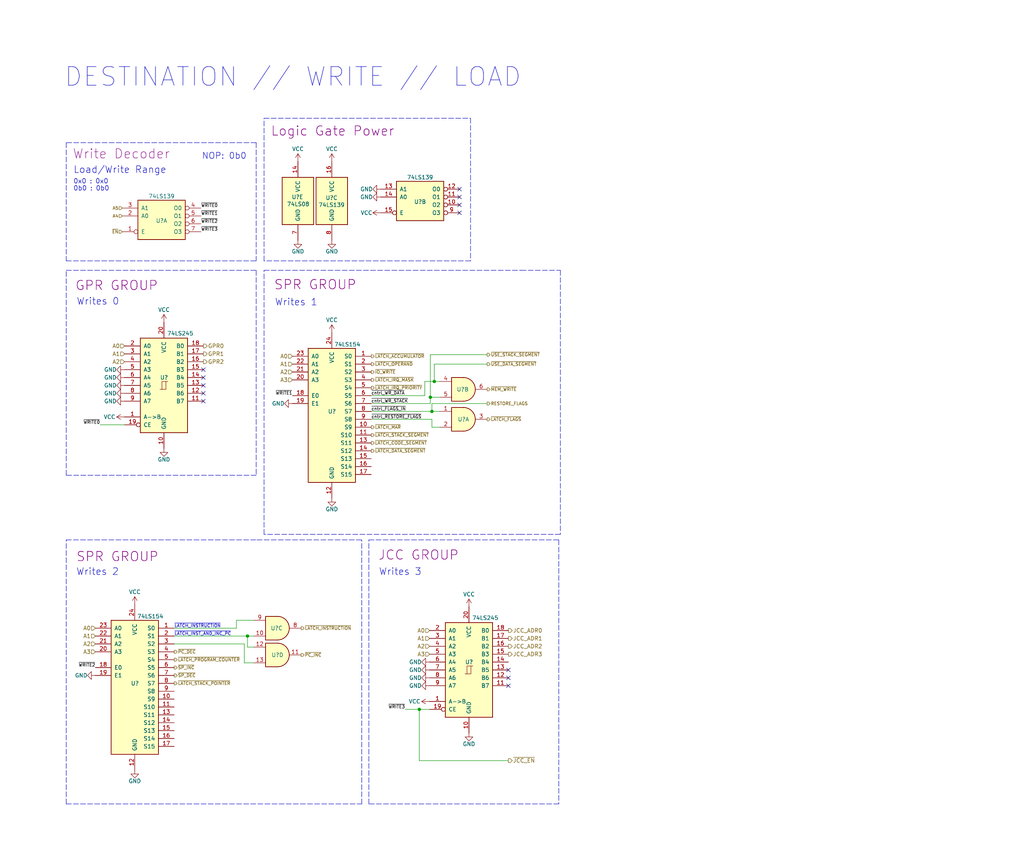
<source format=kicad_sch>
(kicad_sch (version 20211123) (generator eeschema)
  (paper "User" 329.997 279.4)
  (lib_symbols
    (symbol "74xx:74LS08" (pin_names (offset 1.016))
      (property "Reference" "U" (at 0 1.27 0))
      (property "Value" "74LS08" (at 0 -1.27 0))
      (symbol "74LS08_1_1"
        (arc (start 0 -3.81) (mid 3.81 0) (end 0 3.81) (stroke (width 0.254)) (fill (type background)))
        (polyline (pts (xy 0 3.81) (xy -3.81 3.81) (xy -3.81 -3.81) (xy 0 -3.81)) (stroke (width 0.254)) (fill (type background)))
        (pin input line (at -7.62 2.54 0) (length 3.81) (name "~") (number "1"))
        (pin input line (at -7.62 -2.54 0) (length 3.81) (name "~") (number "2"))
        (pin output line (at 7.62 0 180) (length 3.81) (name "~") (number "3"))
      )
      (symbol "74LS08_1_2"
        (arc (start -3.81 -3.81) (mid -2.589 0) (end -3.81 3.81) (stroke (width 0.254)))
        (arc (start -0.6096 -3.81) (mid 2.1855 -2.584) (end 3.81 0) (stroke (width 0.254)) (fill (type background)))
        (polyline (pts (xy -3.81 -3.81) (xy -0.635 -3.81)) (stroke (width 0.254)) (fill (type background)))
        (polyline (pts (xy -3.81 3.81) (xy -0.635 3.81)) (stroke (width 0.254)) (fill (type background)))
        (polyline (pts (xy -0.635 3.81) (xy -3.81 3.81) (xy -3.81 3.81) (xy -3.556 3.4036) (xy -3.0226 2.2606) (xy -2.6924 1.0414) (xy -2.6162 -0.254) (xy -2.7686 -1.4986) (xy -3.175 -2.7178) (xy -3.81 -3.81) (xy -3.81 -3.81) (xy -0.635 -3.81)) (stroke (width -25.4)) (fill (type background)))
        (arc (start 3.81 0) (mid 2.1928 2.5925) (end -0.6096 3.81) (stroke (width 0.254)) (fill (type background)))
        (pin input inverted (at -7.62 2.54 0) (length 4.318) (name "~") (number "1"))
        (pin input inverted (at -7.62 -2.54 0) (length 4.318) (name "~") (number "2"))
        (pin output inverted (at 7.62 0 180) (length 3.81) (name "~") (number "3"))
      )
      (symbol "74LS08_2_1"
        (arc (start 0 -3.81) (mid 3.81 0) (end 0 3.81) (stroke (width 0.254)) (fill (type background)))
        (polyline (pts (xy 0 3.81) (xy -3.81 3.81) (xy -3.81 -3.81) (xy 0 -3.81)) (stroke (width 0.254)) (fill (type background)))
        (pin input line (at -7.62 2.54 0) (length 3.81) (name "~") (number "4"))
        (pin input line (at -7.62 -2.54 0) (length 3.81) (name "~") (number "5"))
        (pin output line (at 7.62 0 180) (length 3.81) (name "~") (number "6"))
      )
      (symbol "74LS08_2_2"
        (arc (start -3.81 -3.81) (mid -2.589 0) (end -3.81 3.81) (stroke (width 0.254)))
        (arc (start -0.6096 -3.81) (mid 2.1855 -2.584) (end 3.81 0) (stroke (width 0.254)) (fill (type background)))
        (polyline (pts (xy -3.81 -3.81) (xy -0.635 -3.81)) (stroke (width 0.254)) (fill (type background)))
        (polyline (pts (xy -3.81 3.81) (xy -0.635 3.81)) (stroke (width 0.254)) (fill (type background)))
        (polyline (pts (xy -0.635 3.81) (xy -3.81 3.81) (xy -3.81 3.81) (xy -3.556 3.4036) (xy -3.0226 2.2606) (xy -2.6924 1.0414) (xy -2.6162 -0.254) (xy -2.7686 -1.4986) (xy -3.175 -2.7178) (xy -3.81 -3.81) (xy -3.81 -3.81) (xy -0.635 -3.81)) (stroke (width -25.4)) (fill (type background)))
        (arc (start 3.81 0) (mid 2.1928 2.5925) (end -0.6096 3.81) (stroke (width 0.254)) (fill (type background)))
        (pin input inverted (at -7.62 2.54 0) (length 4.318) (name "~") (number "4"))
        (pin input inverted (at -7.62 -2.54 0) (length 4.318) (name "~") (number "5"))
        (pin output inverted (at 7.62 0 180) (length 3.81) (name "~") (number "6"))
      )
      (symbol "74LS08_3_1"
        (arc (start 0 -3.81) (mid 3.81 0) (end 0 3.81) (stroke (width 0.254)) (fill (type background)))
        (polyline (pts (xy 0 3.81) (xy -3.81 3.81) (xy -3.81 -3.81) (xy 0 -3.81)) (stroke (width 0.254)) (fill (type background)))
        (pin input line (at -7.62 -2.54 0) (length 3.81) (name "~") (number "10"))
        (pin output line (at 7.62 0 180) (length 3.81) (name "~") (number "8"))
        (pin input line (at -7.62 2.54 0) (length 3.81) (name "~") (number "9"))
      )
      (symbol "74LS08_3_2"
        (arc (start -3.81 -3.81) (mid -2.589 0) (end -3.81 3.81) (stroke (width 0.254)))
        (arc (start -0.6096 -3.81) (mid 2.1855 -2.584) (end 3.81 0) (stroke (width 0.254)) (fill (type background)))
        (polyline (pts (xy -3.81 -3.81) (xy -0.635 -3.81)) (stroke (width 0.254)) (fill (type background)))
        (polyline (pts (xy -3.81 3.81) (xy -0.635 3.81)) (stroke (width 0.254)) (fill (type background)))
        (polyline (pts (xy -0.635 3.81) (xy -3.81 3.81) (xy -3.81 3.81) (xy -3.556 3.4036) (xy -3.0226 2.2606) (xy -2.6924 1.0414) (xy -2.6162 -0.254) (xy -2.7686 -1.4986) (xy -3.175 -2.7178) (xy -3.81 -3.81) (xy -3.81 -3.81) (xy -0.635 -3.81)) (stroke (width -25.4)) (fill (type background)))
        (arc (start 3.81 0) (mid 2.1928 2.5925) (end -0.6096 3.81) (stroke (width 0.254)) (fill (type background)))
        (pin input inverted (at -7.62 -2.54 0) (length 4.318) (name "~") (number "10"))
        (pin output inverted (at 7.62 0 180) (length 3.81) (name "~") (number "8"))
        (pin input inverted (at -7.62 2.54 0) (length 4.318) (name "~") (number "9"))
      )
      (symbol "74LS08_4_1"
        (arc (start 0 -3.81) (mid 3.81 0) (end 0 3.81) (stroke (width 0.254)) (fill (type background)))
        (polyline (pts (xy 0 3.81) (xy -3.81 3.81) (xy -3.81 -3.81) (xy 0 -3.81)) (stroke (width 0.254)) (fill (type background)))
        (pin output line (at 7.62 0 180) (length 3.81) (name "~") (number "11"))
        (pin input line (at -7.62 2.54 0) (length 3.81) (name "~") (number "12"))
        (pin input line (at -7.62 -2.54 0) (length 3.81) (name "~") (number "13"))
      )
      (symbol "74LS08_4_2"
        (arc (start -3.81 -3.81) (mid -2.589 0) (end -3.81 3.81) (stroke (width 0.254)))
        (arc (start -0.6096 -3.81) (mid 2.1855 -2.584) (end 3.81 0) (stroke (width 0.254)) (fill (type background)))
        (polyline (pts (xy -3.81 -3.81) (xy -0.635 -3.81)) (stroke (width 0.254)) (fill (type background)))
        (polyline (pts (xy -3.81 3.81) (xy -0.635 3.81)) (stroke (width 0.254)) (fill (type background)))
        (polyline (pts (xy -0.635 3.81) (xy -3.81 3.81) (xy -3.81 3.81) (xy -3.556 3.4036) (xy -3.0226 2.2606) (xy -2.6924 1.0414) (xy -2.6162 -0.254) (xy -2.7686 -1.4986) (xy -3.175 -2.7178) (xy -3.81 -3.81) (xy -3.81 -3.81) (xy -0.635 -3.81)) (stroke (width -25.4)) (fill (type background)))
        (arc (start 3.81 0) (mid 2.1928 2.5925) (end -0.6096 3.81) (stroke (width 0.254)) (fill (type background)))
        (pin output inverted (at 7.62 0 180) (length 3.81) (name "~") (number "11"))
        (pin input inverted (at -7.62 2.54 0) (length 4.318) (name "~") (number "12"))
        (pin input inverted (at -7.62 -2.54 0) (length 4.318) (name "~") (number "13"))
      )
      (symbol "74LS08_5_0"
        (pin power_in line (at 0 12.7 270) (length 5.08) (name "VCC") (number "14"))
        (pin power_in line (at 0 -12.7 90) (length 5.08) (name "GND") (number "7"))
      )
      (symbol "74LS08_5_1"
        (rectangle (start -5.08 7.62) (end 5.08 -7.62) (stroke (width 0.254)) (fill (type background)))
      )
    )
    (symbol "74xx:74LS139" (pin_names (offset 1.016))
      (property "Reference" "U" (at -7.62 8.89 0))
      (property "Value" "74LS139" (at -7.62 -8.89 0))
      (symbol "74LS139_1_0"
        (pin input inverted (at -12.7 -5.08 0) (length 5.08) (name "E") (number "1"))
        (pin input line (at -12.7 0 0) (length 5.08) (name "A0") (number "2"))
        (pin input line (at -12.7 2.54 0) (length 5.08) (name "A1") (number "3"))
        (pin output inverted (at 12.7 2.54 180) (length 5.08) (name "O0") (number "4"))
        (pin output inverted (at 12.7 0 180) (length 5.08) (name "O1") (number "5"))
        (pin output inverted (at 12.7 -2.54 180) (length 5.08) (name "O2") (number "6"))
        (pin output inverted (at 12.7 -5.08 180) (length 5.08) (name "O3") (number "7"))
      )
      (symbol "74LS139_1_1"
        (rectangle (start -7.62 5.08) (end 7.62 -7.62) (stroke (width 0.254)) (fill (type background)))
      )
      (symbol "74LS139_2_0"
        (pin output inverted (at 12.7 -2.54 180) (length 5.08) (name "O2") (number "10"))
        (pin output inverted (at 12.7 0 180) (length 5.08) (name "O1") (number "11"))
        (pin output inverted (at 12.7 2.54 180) (length 5.08) (name "O0") (number "12"))
        (pin input line (at -12.7 2.54 0) (length 5.08) (name "A1") (number "13"))
        (pin input line (at -12.7 0 0) (length 5.08) (name "A0") (number "14"))
        (pin input inverted (at -12.7 -5.08 0) (length 5.08) (name "E") (number "15"))
        (pin output inverted (at 12.7 -5.08 180) (length 5.08) (name "O3") (number "9"))
      )
      (symbol "74LS139_2_1"
        (rectangle (start -7.62 5.08) (end 7.62 -7.62) (stroke (width 0.254)) (fill (type background)))
      )
      (symbol "74LS139_3_0"
        (pin power_in line (at 0 12.7 270) (length 5.08) (name "VCC") (number "16"))
        (pin power_in line (at 0 -12.7 90) (length 5.08) (name "GND") (number "8"))
      )
      (symbol "74LS139_3_1"
        (rectangle (start -5.08 7.62) (end 5.08 -7.62) (stroke (width 0.254)) (fill (type background)))
      )
    )
    (symbol "74xx:74LS154" (pin_names (offset 1.016))
      (property "Reference" "U" (at -7.62 21.59 0))
      (property "Value" "74LS154" (at -7.62 -24.13 0))
      (symbol "74LS154_1_0"
        (pin output line (at 12.7 17.78 180) (length 5.08) (name "S0") (number "1"))
        (pin output line (at 12.7 -5.08 180) (length 5.08) (name "S9") (number "10"))
        (pin output line (at 12.7 -7.62 180) (length 5.08) (name "S10") (number "11"))
        (pin power_in line (at 0 -27.94 90) (length 5.08) (name "GND") (number "12"))
        (pin output line (at 12.7 -10.16 180) (length 5.08) (name "S11") (number "13"))
        (pin output line (at 12.7 -12.7 180) (length 5.08) (name "S12") (number "14"))
        (pin output line (at 12.7 -15.24 180) (length 5.08) (name "S13") (number "15"))
        (pin output line (at 12.7 -17.78 180) (length 5.08) (name "S14") (number "16"))
        (pin output line (at 12.7 -20.32 180) (length 5.08) (name "S15") (number "17"))
        (pin input line (at -12.7 5.08 0) (length 5.08) (name "E0") (number "18"))
        (pin input line (at -12.7 2.54 0) (length 5.08) (name "E1") (number "19"))
        (pin output line (at 12.7 15.24 180) (length 5.08) (name "S1") (number "2"))
        (pin input line (at -12.7 10.16 0) (length 5.08) (name "A3") (number "20"))
        (pin input line (at -12.7 12.7 0) (length 5.08) (name "A2") (number "21"))
        (pin input line (at -12.7 15.24 0) (length 5.08) (name "A1") (number "22"))
        (pin input line (at -12.7 17.78 0) (length 5.08) (name "A0") (number "23"))
        (pin power_in line (at 0 25.4 270) (length 5.08) (name "VCC") (number "24"))
        (pin output line (at 12.7 12.7 180) (length 5.08) (name "S2") (number "3"))
        (pin output line (at 12.7 10.16 180) (length 5.08) (name "S3") (number "4"))
        (pin output line (at 12.7 7.62 180) (length 5.08) (name "S4") (number "5"))
        (pin output line (at 12.7 5.08 180) (length 5.08) (name "S5") (number "6"))
        (pin output line (at 12.7 2.54 180) (length 5.08) (name "S6") (number "7"))
        (pin output line (at 12.7 0 180) (length 5.08) (name "S7") (number "8"))
        (pin output line (at 12.7 -2.54 180) (length 5.08) (name "S8") (number "9"))
      )
      (symbol "74LS154_1_1"
        (rectangle (start -7.62 20.32) (end 7.62 -22.86) (stroke (width 0.254)) (fill (type background)))
      )
    )
    (symbol "74xx:74LS245" (pin_names (offset 1.016))
      (property "Reference" "U" (at -7.62 16.51 0))
      (property "Value" "74LS245" (at -7.62 -16.51 0))
      (symbol "74LS245_1_0"
        (polyline (pts (xy -0.635 -1.27) (xy -0.635 1.27) (xy 0.635 1.27)))
        (polyline (pts (xy -1.27 -1.27) (xy 0.635 -1.27) (xy 0.635 1.27) (xy 1.27 1.27)))
        (pin input line (at -12.7 -10.16 0) (length 5.08) (name "A->B") (number "1"))
        (pin power_in line (at 0 -20.32 90) (length 5.08) (name "GND") (number "10"))
        (pin tri_state line (at 12.7 -5.08 180) (length 5.08) (name "B7") (number "11"))
        (pin tri_state line (at 12.7 -2.54 180) (length 5.08) (name "B6") (number "12"))
        (pin tri_state line (at 12.7 0 180) (length 5.08) (name "B5") (number "13"))
        (pin tri_state line (at 12.7 2.54 180) (length 5.08) (name "B4") (number "14"))
        (pin tri_state line (at 12.7 5.08 180) (length 5.08) (name "B3") (number "15"))
        (pin tri_state line (at 12.7 7.62 180) (length 5.08) (name "B2") (number "16"))
        (pin tri_state line (at 12.7 10.16 180) (length 5.08) (name "B1") (number "17"))
        (pin tri_state line (at 12.7 12.7 180) (length 5.08) (name "B0") (number "18"))
        (pin input inverted (at -12.7 -12.7 0) (length 5.08) (name "CE") (number "19"))
        (pin tri_state line (at -12.7 12.7 0) (length 5.08) (name "A0") (number "2"))
        (pin power_in line (at 0 20.32 270) (length 5.08) (name "VCC") (number "20"))
        (pin tri_state line (at -12.7 10.16 0) (length 5.08) (name "A1") (number "3"))
        (pin tri_state line (at -12.7 7.62 0) (length 5.08) (name "A2") (number "4"))
        (pin tri_state line (at -12.7 5.08 0) (length 5.08) (name "A3") (number "5"))
        (pin tri_state line (at -12.7 2.54 0) (length 5.08) (name "A4") (number "6"))
        (pin tri_state line (at -12.7 0 0) (length 5.08) (name "A5") (number "7"))
        (pin tri_state line (at -12.7 -2.54 0) (length 5.08) (name "A6") (number "8"))
        (pin tri_state line (at -12.7 -5.08 0) (length 5.08) (name "A7") (number "9"))
      )
      (symbol "74LS245_1_1"
        (rectangle (start -7.62 15.24) (end 7.62 -15.24) (stroke (width 0.254)) (fill (type background)))
      )
    )
    (symbol "power:GND" (power) (pin_names (offset 0))
      (property "Value" "GND" (at 0 -3.81 0))
      (symbol "GND_0_1"
        (polyline (pts (xy 0 0) (xy 0 -1.27) (xy 1.27 -1.27) (xy 0 -2.54) (xy -1.27 -1.27) (xy 0 -1.27)))
      )
      (symbol "GND_1_1"
        (pin power_in line (at 0 0 270) (length 0) hide (name "GND") (number "1"))
      )
    )
    (symbol "power:VCC" (power) (pin_names (offset 0))
      (property "Value" "VCC" (at 0 3.81 0))
      (symbol "VCC_0_1"
        (polyline (pts (xy -0.762 1.27) (xy 0 2.54)))
        (polyline (pts (xy 0 0) (xy 0 2.54)))
        (polyline (pts (xy 0 2.54) (xy 0.762 1.27)))
      )
      (symbol "VCC_1_1"
        (pin power_in line (at 0 0 90) (length 0) hide (name "VCC") (number "1"))
      )
    )
  )
  (junction (at 79.756 204.978))
  (junction (at 138.684 128.016))
  (junction (at 139.192 132.588))
  (junction (at 139.954 122.936))
  (junction (at 135.128 228.6))
  (no_connect (at 65.532 124.206))
  (no_connect (at 148.082 68.58))
  (no_connect (at 148.082 66.04))
  (no_connect (at 148.082 63.5))
  (no_connect (at 148.082 60.96))
  (no_connect (at 65.532 129.286))
  (no_connect (at 163.83 220.98))
  (no_connect (at 163.83 215.9))
  (no_connect (at 65.532 121.666))
  (no_connect (at 65.532 119.126))
  (no_connect (at 65.532 126.746))
  (no_connect (at 163.83 218.44))
  (wire (pts (xy 119.634 130.048) (xy 138.684 130.048)))
  (wire (pts (xy 139.192 130.048) (xy 139.192 132.588)))
  (polyline (pts (xy 82.55 45.974) (xy 82.55 84.074)))
  (polyline (pts (xy 118.872 259.08) (xy 118.872 173.99)))
  (polyline (pts (xy 21.336 153.162) (xy 21.336 87.122)))
  (wire (pts (xy 56.134 204.978) (xy 79.756 204.978)))
  (wire (pts (xy 135.128 228.6) (xy 138.43 228.6)))
  (polyline (pts (xy 118.872 173.99) (xy 180.086 173.99)))
  (wire (pts (xy 81.788 208.534) (xy 79.756 208.534)))
  (polyline (pts (xy 82.55 153.162) (xy 21.336 153.162)))
  (wire (pts (xy 136.906 127.508) (xy 119.634 127.508)))
  (wire (pts (xy 56.134 207.518) (xy 78.74 207.518)))
  (polyline (pts (xy 167.894 87.122) (xy 180.594 87.122)))
  (wire (pts (xy 138.684 128.016) (xy 141.732 128.016)))
  (wire (pts (xy 56.134 202.438) (xy 76.2 202.438)))
  (wire (pts (xy 119.634 135.128) (xy 139.192 135.128)))
  (polyline (pts (xy 82.55 45.974) (xy 21.336 45.974)))
  (polyline (pts (xy 87.376 38.1) (xy 151.638 38.1)))
  (wire (pts (xy 135.128 245.11) (xy 135.128 228.6)))
  (wire (pts (xy 79.756 208.534) (xy 79.756 204.978)))
  (polyline (pts (xy 85.09 172.212) (xy 85.09 87.122)))
  (polyline (pts (xy 85.09 84.074) (xy 85.09 38.1)))
  (polyline (pts (xy 116.586 259.08) (xy 116.586 173.99)))
  (polyline (pts (xy 151.638 38.1) (xy 151.638 84.074)))
  (polyline (pts (xy 151.638 84.074) (xy 85.09 84.074)))
  (wire (pts (xy 78.74 207.518) (xy 78.74 213.614)))
  (wire (pts (xy 139.954 122.936) (xy 139.954 117.348)))
  (polyline (pts (xy 167.894 172.212) (xy 85.09 172.212)))
  (wire (pts (xy 130.556 228.6) (xy 135.128 228.6)))
  (wire (pts (xy 136.906 122.936) (xy 136.906 127.508)))
  (wire (pts (xy 141.732 122.936) (xy 139.954 122.936)))
  (wire (pts (xy 156.972 130.048) (xy 139.192 130.048)))
  (wire (pts (xy 78.74 213.614) (xy 81.788 213.614)))
  (polyline (pts (xy 180.594 172.212) (xy 167.894 172.212)))
  (wire (pts (xy 139.192 132.588) (xy 141.732 132.588)))
  (wire (pts (xy 139.954 117.348) (xy 156.972 117.348)))
  (polyline (pts (xy 180.594 87.122) (xy 180.594 172.212)))
  (wire (pts (xy 139.192 135.128) (xy 139.192 137.668)))
  (polyline (pts (xy 82.804 173.99) (xy 116.586 173.99)))
  (polyline (pts (xy 21.336 87.122) (xy 82.55 87.122)))
  (polyline (pts (xy 21.336 259.08) (xy 21.336 173.99)))
  (polyline (pts (xy 21.336 173.99) (xy 82.55 173.99)))
  (wire (pts (xy 156.972 114.3) (xy 138.684 114.3)))
  (wire (pts (xy 32.258 136.906) (xy 40.132 136.906)))
  (polyline (pts (xy 21.336 45.974) (xy 21.336 84.074)))
  (polyline (pts (xy 180.086 173.99) (xy 180.086 259.08)))
  (polyline (pts (xy 180.086 259.08) (xy 118.872 259.08)))
  (polyline (pts (xy 82.55 87.122) (xy 82.55 153.162)))
  (wire (pts (xy 76.2 202.438) (xy 76.2 199.898)))
  (wire (pts (xy 138.684 128.016) (xy 138.684 130.048)))
  (wire (pts (xy 139.192 137.668) (xy 141.732 137.668)))
  (wire (pts (xy 119.634 132.588) (xy 139.192 132.588)))
  (wire (pts (xy 76.2 199.898) (xy 81.788 199.898)))
  (wire (pts (xy 138.684 114.3) (xy 138.684 128.016)))
  (wire (pts (xy 163.83 245.11) (xy 135.128 245.11)))
  (polyline (pts (xy 85.09 38.1) (xy 87.63 38.1)))
  (polyline (pts (xy 21.336 84.074) (xy 82.55 84.074)))
  (polyline (pts (xy 85.09 87.122) (xy 167.894 87.122)))
  (wire (pts (xy 79.756 204.978) (xy 81.788 204.978)))
  (polyline (pts (xy 21.336 259.08) (xy 116.586 259.08)))
  (wire (pts (xy 136.906 122.936) (xy 139.954 122.936)))
  (text "Writes 3" (at 135.89 185.674 180) (effects (font (size 2.2 2.2)) (justify right bottom)))
  (text "Writes 0" (at 24.638 98.552 0) (effects (font (size 2.2 2.2)) (justify left bottom)))
  (text "~{LATCH_INST_AND_INC_PC}" (at 56.134 204.978 0) (effects (font (size 1 1)) (justify left bottom)))
  (text "0x0 : 0x0" (at 23.622 59.436 0) (effects (font (size 1.5 1.5)) (justify left bottom)))
  (text "Writes 1" (at 102.362 98.806 180) (effects (font (size 2.2 2.2)) (justify right bottom)))
  (text "~{LATCH_INSTRUCTION}" (at 56.134 202.438 0) (effects (font (size 1 1)) (justify left bottom)))
  (text "0b0 : 0b0" (at 23.622 61.722 0) (effects (font (size 1.5 1.5)) (justify left bottom)))
  (text "Load/Write Range" (at 23.622 56.134 0) (effects (font (size 2.2 2.2)) (justify left bottom)))
  (text "Writes 2" (at 38.354 185.674 180) (effects (font (size 2.2 2.2)) (justify right bottom)))
  (text "NOP: 0b0" (at 79.502 51.562 180) (effects (font (size 2 2)) (justify right bottom)))
  (text "DESTINATION // WRITE // LOAD" (at 20.574 28.448 0) (effects (font (size 6 6)) (justify left bottom)))
  (label "~{cntrl_RESTORE_FLAGS}" (at 119.634 135.128 0) (effects (font (size 1 1))))
  (label "~{WRITE3}" (at 130.556 228.6 180) (effects (font (size 1 1))))
  (label "~{WRITE1}" (at 94.234 127.508 180) (effects (font (size 1 1))))
  (label "~{cntrl_WR_STACK}" (at 119.634 130.048 0) (effects (font (size 1 1))))
  (label "~{WRITE2}" (at 64.77 72.136 0) (effects (font (size 1 1))))
  (label "~{WRITE0}" (at 32.258 136.906 180) (effects (font (size 1 1))))
  (label "~{WRITE3}" (at 64.77 74.676 0) (effects (font (size 1 1))))
  (label "~{cntrl_WR_DATA}" (at 119.634 127.508 0) (effects (font (size 1 1))))
  (label "~{WRITE2}" (at 30.734 215.138 180) (effects (font (size 1 1))))
  (label "~{WRITE0}" (at 64.77 67.056 0) (effects (font (size 1 1))))
  (label "~{WRITE1}" (at 64.77 69.596 0) (effects (font (size 1 1))))
  (label "~{cntrl_FLAGS_IN}" (at 119.634 132.588 0) (effects (font (size 1 1))))
  (hierarchical_label "~{EN}" (shape input) (at 39.37 74.676 180) (effects (font (size 1 1))))
  (hierarchical_label "JCC_ADR1" (shape output) (at 163.83 205.74 0))
  (hierarchical_label "A0" (shape input) (at 30.734 202.438 180))
  (hierarchical_label "A1" (shape input) (at 94.234 117.348 180))
  (hierarchical_label "A1" (shape input) (at 40.132 114.046 180))
  (hierarchical_label "~{LATCH_OPERAND}" (shape output) (at 119.634 117.348 0) (effects (font (size 1 1))))
  (hierarchical_label "~{MEM_WRITE}" (shape output) (at 156.972 125.476 0) (effects (font (size 1 1))))
  (hierarchical_label "~{USE_STACK_SEGMENT}" (shape output) (at 156.972 114.3 0) (effects (font (size 1 1))))
  (hierarchical_label "~{LATCH_ACCUMULATOR}" (shape output) (at 119.634 114.808 0) (effects (font (size 1 1))))
  (hierarchical_label "~{LATCH_STACK_POINTER}" (shape output) (at 56.134 220.218 0) (effects (font (size 1 1))))
  (hierarchical_label "~{LATCH_CODE_SEGMENT}" (shape output) (at 119.634 142.748 0) (effects (font (size 1 1))))
  (hierarchical_label "A2" (shape input) (at 138.43 208.28 180))
  (hierarchical_label "~{PC_INC}" (shape output) (at 97.028 211.074 0) (effects (font (size 1 1))))
  (hierarchical_label "A1" (shape input) (at 30.734 204.978 180))
  (hierarchical_label "A0" (shape input) (at 94.234 114.808 180))
  (hierarchical_label "GPR1" (shape output) (at 65.532 114.046 0))
  (hierarchical_label "~{LATCH_DATA_SEGMENT}" (shape output) (at 119.634 145.288 0) (effects (font (size 1 1))))
  (hierarchical_label "~{LATCH_PROGRAM_COUNTER}" (shape output) (at 56.134 212.598 0) (effects (font (size 1 1))))
  (hierarchical_label "A5" (shape input) (at 39.37 67.056 180) (effects (font (size 1 1))))
  (hierarchical_label "A2" (shape input) (at 30.734 207.518 180))
  (hierarchical_label "JCC_ADR3" (shape output) (at 163.83 210.82 0))
  (hierarchical_label "GPR2" (shape output) (at 65.532 116.586 0))
  (hierarchical_label "~{SP_INC}" (shape output) (at 56.134 215.138 0) (effects (font (size 1 1))))
  (hierarchical_label "GPR0" (shape output) (at 65.532 111.506 0))
  (hierarchical_label "A3" (shape input) (at 138.43 210.82 180))
  (hierarchical_label "~{LATCH_IRQ_PRIORITY}" (shape output) (at 119.634 124.968 0) (effects (font (size 1 1))))
  (hierarchical_label "A2" (shape input) (at 94.234 119.888 180))
  (hierarchical_label "A3" (shape input) (at 30.734 210.058 180))
  (hierarchical_label "A1" (shape input) (at 138.43 205.74 180))
  (hierarchical_label "RESTORE_FLAGS" (shape output) (at 156.972 130.048 0) (effects (font (size 1 1))))
  (hierarchical_label "~{PC_DEC}" (shape output) (at 56.134 210.058 0) (effects (font (size 1 1))))
  (hierarchical_label "A0" (shape input) (at 40.132 111.506 180))
  (hierarchical_label "~{LATCH_STACK_SEGMENT}" (shape output) (at 119.634 140.208 0) (effects (font (size 1 1))))
  (hierarchical_label "~{LATCH_MAR}" (shape output) (at 119.634 137.668 0) (effects (font (size 1 1))))
  (hierarchical_label "A2" (shape input) (at 40.132 116.586 180))
  (hierarchical_label "~{IO_WRITE}" (shape output) (at 119.634 119.888 0) (effects (font (size 1 1))))
  (hierarchical_label "JCC_ADR2" (shape output) (at 163.83 208.28 0))
  (hierarchical_label "~{USE_DATA_SEGMENT}" (shape output) (at 156.972 117.348 0) (effects (font (size 1 1))))
  (hierarchical_label "~{LATCH_FLAGS}" (shape output) (at 156.972 135.128 0) (effects (font (size 1 1))))
  (hierarchical_label "JCC_ADR0" (shape output) (at 163.83 203.2 0))
  (hierarchical_label "~{LATCH_IRQ_MASK}" (shape output) (at 119.634 122.428 0) (effects (font (size 1 1))))
  (hierarchical_label "A4" (shape input) (at 39.37 69.596 180) (effects (font (size 1 1))))
  (hierarchical_label "~{SP_DEC}" (shape output) (at 56.134 217.678 0) (effects (font (size 1 1))))
  (hierarchical_label "~{JCC_EN}" (shape output) (at 163.83 245.11 0))
  (hierarchical_label "~{LATCH_INSTRUCTION}" (shape output) (at 97.028 202.438 0) (effects (font (size 1 1))))
  (hierarchical_label "A3" (shape input) (at 94.234 122.428 180))
  (hierarchical_label "A0" (shape input) (at 138.43 203.2 180))
  (symbol (lib_id "power:GND") (at 106.934 77.47 0) (unit 1)
    (property "Reference" "#PWR?" (effects hide))
    (property "Value" "GND" (at 106.934 81.026 0))
  )
  (symbol (lib_id "power:GND") (at 122.682 60.96 270) (unit 1)
    (property "Reference" "#PWR?" (effects hide))
    (property "Value" "GND" (at 118.11 60.96 90))
  )
  (symbol (lib_id "power:GND") (at 40.132 119.126 270) (unit 1)
    (property "Reference" "#PWR?" (effects hide))
    (property "Value" "GND" (at 35.56 119.126 90))
  )
  (symbol (lib_id "power:GND") (at 138.43 218.44 270) (unit 1)
    (property "Reference" "#PWR?" (effects hide))
    (property "Value" "GND" (at 133.858 218.44 90))
  )
  (symbol (lib_id "power:GND") (at 40.132 124.206 270) (unit 1)
    (property "Reference" "#PWR?" (effects hide))
    (property "Value" "GND" (at 35.56 124.206 90))
  )
  (symbol (lib_id "power:GND") (at 106.934 160.528 0) (unit 1)
    (property "Reference" "#PWR?" (effects hide))
    (property "Value" "GND" (at 106.934 164.084 0))
  )
  (symbol (lib_id "power:GND") (at 30.734 217.678 270) (unit 1)
    (property "Reference" "#PWR?" (effects hide))
    (property "Value" "GND" (at 26.162 217.678 90))
  )
  (symbol (lib_id "74xx:74LS08") (at 96.012 64.77 0) (unit 5)
    (property "Reference" "U?" (at 93.98 63.5 0) (effects (justify left)))
    (property "Value" "74LS08" (at 92.456 65.786 0) (effects (justify left)))
    (property "Datasheet" "http://www.ti.com/lit/gpn/sn74LS08" (effects hide))
  )
  (symbol (lib_id "power:GND") (at 138.43 220.98 270) (unit 1)
    (property "Reference" "#PWR?" (effects hide))
    (property "Value" "GND" (at 133.858 220.98 90))
  )
  (symbol (lib_id "74xx:74LS139") (at 135.382 63.5 0) (unit 2)
    (property "Reference" "U?" (at 135.382 65.024 0))
    (property "Value" "74LS139" (at 135.382 57.15 0))
    (property "Datasheet" "http://www.ti.com/lit/ds/symlink/sn74ls139a.pdf" (effects hide))
    (property "Field4" "Logic Gate Power" (at 107.188 42.164 0) (effects (font (size 3 3))))
  )
  (symbol (lib_id "power:VCC") (at 40.132 134.366 90) (unit 1)
    (property "Reference" "#PWR?" (effects hide))
    (property "Value" "VCC" (at 35.306 134.366 90))
  )
  (symbol (lib_id "power:VCC") (at 138.43 226.06 90) (unit 1)
    (property "Reference" "#PWR?" (effects hide))
    (property "Value" "VCC" (at 133.604 226.06 90))
  )
  (symbol (lib_id "74xx:74LS154") (at 106.934 132.588 0) (unit 1)
    (property "Reference" "U?" (at 105.664 132.588 0) (effects (justify left)))
    (property "Value" "74LS154" (at 107.696 110.998 0) (effects (justify left)))
    (property "Datasheet" "http://www.ti.com/lit/gpn/sn74LS154" (effects hide))
    (property "Field4" "SPR GROUP" (at 101.6 91.694 0) (effects (font (size 3 3))))
  )
  (symbol (lib_id "power:GND") (at 138.43 215.9 270) (unit 1)
    (property "Reference" "#PWR?" (effects hide))
    (property "Value" "GND" (at 133.858 215.9 90))
  )
  (symbol (lib_id "power:GND") (at 151.13 236.22 0) (unit 1)
    (property "Reference" "#PWR?" (effects hide))
    (property "Value" "GND" (at 151.13 239.776 0))
  )
  (symbol (lib_id "power:VCC") (at 96.012 52.07 0) (unit 1)
    (property "Reference" "#PWR?" (effects hide))
    (property "Value" "VCC" (at 96.012 48.006 0))
  )
  (symbol (lib_id "power:VCC") (at 43.434 194.818 0) (unit 1)
    (property "Reference" "#PWR?" (effects hide))
    (property "Value" "VCC" (at 43.434 190.754 0))
  )
  (symbol (lib_id "power:VCC") (at 106.934 52.07 0) (unit 1)
    (property "Reference" "#PWR?" (effects hide))
    (property "Value" "VCC" (at 106.934 48.006 0))
  )
  (symbol (lib_id "74xx:74LS08") (at 89.408 211.074 0) (unit 4)
    (property "Reference" "U?" (at 89.408 211.074 0))
    (property "Value" "74LS08" (effects hide))
    (property "Datasheet" "http://www.ti.com/lit/gpn/sn74LS08" (effects hide))
  )
  (symbol (lib_id "power:VCC") (at 122.682 68.58 90) (unit 1)
    (property "Reference" "#PWR?" (effects hide))
    (property "Value" "VCC" (at 118.11 68.58 90))
  )
  (symbol (lib_id "power:GND") (at 94.234 130.048 270) (unit 1)
    (property "Reference" "#PWR?" (effects hide))
    (property "Value" "GND" (at 89.662 130.048 90))
  )
  (symbol (lib_id "power:VCC") (at 151.13 195.58 0) (unit 1)
    (property "Reference" "#PWR?" (effects hide))
    (property "Value" "VCC" (at 151.13 191.516 0))
  )
  (symbol (lib_id "power:GND") (at 40.132 121.666 270) (unit 1)
    (property "Reference" "#PWR?" (effects hide))
    (property "Value" "GND" (at 35.56 121.666 90))
  )
  (symbol (lib_id "74xx:74LS154") (at 43.434 220.218 0) (unit 1)
    (property "Reference" "U?" (at 42.164 220.218 0) (effects (justify left)))
    (property "Value" "74LS154" (at 44.196 198.628 0) (effects (justify left)))
    (property "Datasheet" "http://www.ti.com/lit/gpn/sn74LS154" (effects hide))
    (property "Field4" "SPR GROUP" (at 37.846 179.324 0) (effects (font (size 3 3))))
  )
  (symbol (lib_id "74xx:74LS08") (at 149.352 125.476 0) (unit 2)
    (property "Reference" "U?" (at 149.098 125.476 0))
    (property "Value" "74LS08" (effects hide))
    (property "Datasheet" "http://www.ti.com/lit/gpn/sn74LS08" (effects hide))
  )
  (symbol (lib_id "power:VCC") (at 106.934 107.188 0) (unit 1)
    (property "Reference" "#PWR?" (effects hide))
    (property "Value" "VCC" (at 106.934 103.124 0))
  )
  (symbol (lib_id "74xx:74LS08") (at 149.352 135.128 0) (unit 1)
    (property "Reference" "U?" (at 149.352 135.128 0))
    (property "Value" "74LS08" (effects hide))
    (property "Datasheet" "http://www.ti.com/lit/gpn/sn74LS08" (effects hide))
  )
  (symbol (lib_id "power:GND") (at 96.012 77.47 0) (unit 1)
    (property "Reference" "#PWR?" (effects hide))
    (property "Value" "GND" (at 96.012 81.026 0))
  )
  (symbol (lib_id "power:GND") (at 40.132 126.746 270) (unit 1)
    (property "Reference" "#PWR?" (effects hide))
    (property "Value" "GND" (at 35.56 126.746 90))
  )
  (symbol (lib_id "power:GND") (at 40.132 129.286 270) (unit 1)
    (property "Reference" "#PWR?" (effects hide))
    (property "Value" "GND" (at 35.56 129.286 90))
  )
  (symbol (lib_id "74xx:74LS08") (at 89.408 202.438 0) (unit 3)
    (property "Reference" "U?" (at 89.154 202.438 0))
    (property "Value" "74LS08" (effects hide))
    (property "Datasheet" "http://www.ti.com/lit/gpn/sn74LS08" (effects hide))
  )
  (symbol (lib_id "power:GND") (at 43.434 248.158 0) (unit 1)
    (property "Reference" "#PWR?" (effects hide))
    (property "Value" "GND" (at 43.434 251.714 0))
  )
  (symbol (lib_id "power:GND") (at 138.43 213.36 270) (unit 1)
    (property "Reference" "#PWR?" (effects hide))
    (property "Value" "GND" (at 133.858 213.36 90))
  )
  (symbol (lib_id "power:GND") (at 122.682 63.5 270) (unit 1)
    (property "Reference" "#PWR?" (effects hide))
    (property "Value" "GND" (at 118.11 63.5 90))
  )
  (symbol (lib_id "power:GND") (at 52.832 144.526 0) (unit 1)
    (property "Reference" "#PWR?" (effects hide))
    (property "Value" "GND" (at 52.832 148.082 0))
  )
  (symbol (lib_id "74xx:74LS139") (at 52.07 69.596 0) (unit 1)
    (property "Reference" "U?" (at 52.07 71.12 0))
    (property "Value" "74LS139" (at 52.07 63.246 0))
    (property "Datasheet" "http://www.ti.com/lit/ds/symlink/sn74ls139a.pdf" (effects hide))
    (property "Field4" "Write Decoder" (at 39.116 49.53 0) (effects (font (size 3 3))))
  )
  (symbol (lib_id "74xx:74LS245") (at 151.13 215.9 0) (unit 1)
    (property "Reference" "U?" (at 149.86 213.36 0) (effects (justify left)))
    (property "Value" "74LS245" (at 152.146 199.136 0) (effects (justify left)))
    (property "Datasheet" "http://www.ti.com/lit/gpn/sn74LS245" (effects hide))
    (property "Field4" "JCC GROUP" (at 134.874 178.816 0) (effects (font (size 3 3))))
  )
  (symbol (lib_id "power:VCC") (at 52.832 103.886 0) (unit 1)
    (property "Reference" "#PWR?" (effects hide))
    (property "Value" "VCC" (at 52.832 99.822 0))
  )
  (symbol (lib_id "74xx:74LS245") (at 52.832 124.206 0) (unit 1)
    (property "Reference" "U?" (at 51.562 121.666 0) (effects (justify left)))
    (property "Value" "74LS245" (at 53.848 107.442 0) (effects (justify left)))
    (property "Datasheet" "http://www.ti.com/lit/gpn/sn74LS245" (effects hide))
    (property "Field4" "Writes 0" (effects hide))
    (property "Field5" "GPR GROUP" (at 37.592 91.948 0) (effects (font (size 3 3))))
  )
  (symbol (lib_id "74xx:74LS139") (at 106.934 64.77 0) (unit 3)
    (property "Reference" "U?" (at 104.902 63.754 0) (effects (justify left)))
    (property "Value" "74LS139" (at 102.616 66.04 0) (effects (justify left)))
    (property "Datasheet" "http://www.ti.com/lit/ds/symlink/sn74ls139a.pdf" (effects hide))
  )
)
</source>
